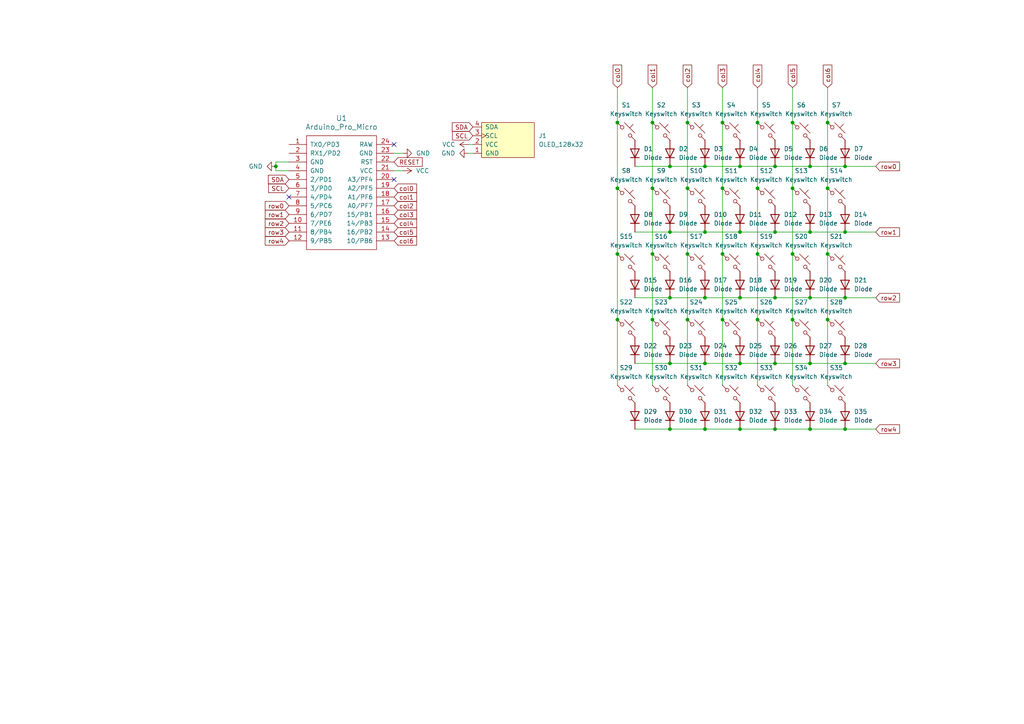
<source format=kicad_sch>
(kicad_sch (version 20230121) (generator eeschema)
  (paper "A4")
  (lib_symbols
    (symbol "ScottoKeebs:MCU_Arduino_Pro_Micro" (pin_names (offset 1.016))
      (property "Reference" "U" (at 0 0 0))
      (property "Value" "Arduino_Pro_Micro" (at 0 -19.05 0))
      (symbol "MCU_Arduino_Pro_Micro_0_1"
        (rectangle (start -10.16 16.51) (end 10.16 -16.51))
      )
      (symbol "MCU_Arduino_Pro_Micro_1_1"
        (pin input line (at -15.24 13.97 0) (length 5.08) (name "TX0/PD3") (number "1"))
        (pin input line (at -15.24 -8.89 0) (length 5.08) (name "7/PE6") (number "10"))
        (pin input line (at -15.24 -11.43 0) (length 5.08) (name "8/PB4") (number "11"))
        (pin input line (at -15.24 -13.97 0) (length 5.08) (name "9/PB5") (number "12"))
        (pin input line (at 15.24 -13.97 180) (length 5.08) (name "10/PB6") (number "13"))
        (pin input line (at 15.24 -11.43 180) (length 5.08) (name "16/PB2") (number "14"))
        (pin input line (at 15.24 -8.89 180) (length 5.08) (name "14/PB3") (number "15"))
        (pin input line (at 15.24 -6.35 180) (length 5.08) (name "15/PB1") (number "16"))
        (pin input line (at 15.24 -3.81 180) (length 5.08) (name "A0/PF7") (number "17"))
        (pin input line (at 15.24 -1.27 180) (length 5.08) (name "A1/PF6") (number "18"))
        (pin input line (at 15.24 1.27 180) (length 5.08) (name "A2/PF5") (number "19"))
        (pin input line (at -15.24 11.43 0) (length 5.08) (name "RX1/PD2") (number "2"))
        (pin input line (at 15.24 3.81 180) (length 5.08) (name "A3/PF4") (number "20"))
        (pin input line (at 15.24 6.35 180) (length 5.08) (name "VCC") (number "21"))
        (pin input line (at 15.24 8.89 180) (length 5.08) (name "RST") (number "22"))
        (pin input line (at 15.24 11.43 180) (length 5.08) (name "GND") (number "23"))
        (pin input line (at 15.24 13.97 180) (length 5.08) (name "RAW") (number "24"))
        (pin input line (at -15.24 8.89 0) (length 5.08) (name "GND") (number "3"))
        (pin input line (at -15.24 6.35 0) (length 5.08) (name "GND") (number "4"))
        (pin input line (at -15.24 3.81 0) (length 5.08) (name "2/PD1") (number "5"))
        (pin input line (at -15.24 1.27 0) (length 5.08) (name "3/PD0") (number "6"))
        (pin input line (at -15.24 -1.27 0) (length 5.08) (name "4/PD4") (number "7"))
        (pin input line (at -15.24 -3.81 0) (length 5.08) (name "5/PC6") (number "8"))
        (pin input line (at -15.24 -6.35 0) (length 5.08) (name "6/PD7") (number "9"))
      )
    )
    (symbol "ScottoKeebs:OLED_128x32" (pin_names (offset 1.016))
      (property "Reference" "J" (at 0 -6.35 0))
      (property "Value" "OLED_128x32" (at 0 6.35 0))
      (symbol "OLED_128x32_0_1"
        (rectangle (start 0 5.08) (end 15.24 -5.08) (fill (type background)))
      )
      (symbol "OLED_128x32_1_1"
        (pin power_in line (at -2.54 -3.81 0) (length 2.54) (name "GND") (number "1"))
        (pin power_in line (at -2.54 -1.27 0) (length 2.54) (name "VCC") (number "2"))
        (pin input clock (at -2.54 1.27 0) (length 2.54) (name "SCL") (number "3"))
        (pin bidirectional line (at -2.54 3.81 0) (length 2.54) (name "SDA") (number "4"))
      )
    )
    (symbol "ScottoKeebs:Placeholder_Diode" (pin_numbers hide) (pin_names hide)
      (property "Reference" "D" (at 0 2.54 0))
      (property "Value" "Diode" (at 0 -2.54 0))
      (symbol "Placeholder_Diode_0_1"
        (polyline (pts (xy -1.27 1.27) (xy -1.27 -1.27)) (stroke (width 0.254)))
        (polyline (pts (xy 1.27 0) (xy -1.27 0)))
        (polyline (pts (xy 1.27 1.27) (xy 1.27 -1.27) (xy -1.27 0) (xy 1.27 1.27)) (stroke (width 0.254)))
      )
      (symbol "Placeholder_Diode_1_1"
        (pin passive line (at -3.81 0 0) (length 2.54) (name "K") (number "1"))
        (pin passive line (at 3.81 0 180) (length 2.54) (name "A") (number "2"))
      )
    )
    (symbol "ScottoKeebs:Placeholder_Keyswitch" (pin_numbers hide) (pin_names (offset 1.016) hide)
      (property "Reference" "S" (at 3.048 1.016 0))
      (property "Value" "Keyswitch" (at 0 -3.81 0))
      (symbol "Placeholder_Keyswitch_0_1"
        (circle (center -1.1684 1.1684) (radius 0.508))
        (polyline (pts (xy -0.508 2.54) (xy 2.54 -0.508)))
        (polyline (pts (xy 1.016 1.016) (xy 2.032 2.032)))
        (polyline (pts (xy -2.54 2.54) (xy -1.524 1.524) (xy -1.524 1.524)))
        (polyline (pts (xy 1.524 -1.524) (xy 2.54 -2.54) (xy 2.54 -2.54) (xy 2.54 -2.54)))
        (circle (center 1.143 -1.1938) (radius 0.508))
        (pin passive line (at -2.54 2.54 0) (length 0) (name "1") (number "1"))
        (pin passive line (at 2.54 -2.54 180) (length 0) (name "2") (number "2"))
      )
    )
    (symbol "power:GND" (power) (pin_names (offset 0))
      (property "Value" "GND" (at 0 -3.81 0))
      (symbol "GND_0_1"
        (polyline (pts (xy 0 0) (xy 0 -1.27) (xy 1.27 -1.27) (xy 0 -2.54) (xy -1.27 -1.27) (xy 0 -1.27)))
      )
      (symbol "GND_1_1"
        (pin power_in line (at 0 0 270) (length 0) hide (name "GND") (number "1"))
      )
    )
    (symbol "power:VCC" (power) (pin_names (offset 0))
      (property "Value" "VCC" (at 0 3.81 0))
      (symbol "VCC_0_1"
        (polyline (pts (xy -0.762 1.27) (xy 0 2.54)))
        (polyline (pts (xy 0 0) (xy 0 2.54)))
        (polyline (pts (xy 0 2.54) (xy 0.762 1.27)))
      )
      (symbol "VCC_1_1"
        (pin power_in line (at 0 0 90) (length 0) hide (name "VCC") (number "1"))
      )
    )
  )
  (junction (at 245.11 48.26))
  (junction (at 204.47 124.46))
  (junction (at 219.71 73.66))
  (junction (at 189.23 35.56))
  (junction (at 194.31 86.36))
  (junction (at 209.55 35.56))
  (junction (at 214.63 67.31))
  (junction (at 199.39 92.71))
  (junction (at 179.07 92.71))
  (junction (at 204.47 48.26))
  (junction (at 219.71 35.56))
  (junction (at 224.79 105.41))
  (junction (at 194.31 105.41))
  (junction (at 209.55 92.71))
  (junction (at 219.71 54.61))
  (junction (at 234.95 67.31))
  (junction (at 245.11 124.46))
  (junction (at 234.95 124.46))
  (junction (at 219.71 92.71))
  (junction (at 199.39 54.61))
  (junction (at 194.31 67.31))
  (junction (at 234.95 86.36))
  (junction (at 199.39 73.66))
  (junction (at 234.95 105.41))
  (junction (at 214.63 48.26))
  (junction (at 245.11 105.41))
  (junction (at 224.79 124.46))
  (junction (at 209.55 54.61))
  (junction (at 245.11 67.31))
  (junction (at 229.87 35.56))
  (junction (at 240.03 92.71))
  (junction (at 80.01 48.26))
  (junction (at 240.03 73.66))
  (junction (at 229.87 54.61))
  (junction (at 189.23 73.66))
  (junction (at 209.55 73.66))
  (junction (at 224.79 86.36))
  (junction (at 224.79 67.31))
  (junction (at 214.63 86.36))
  (junction (at 194.31 124.46))
  (junction (at 179.07 73.66))
  (junction (at 240.03 35.56))
  (junction (at 204.47 105.41))
  (junction (at 189.23 92.71))
  (junction (at 240.03 54.61))
  (junction (at 245.11 86.36))
  (junction (at 229.87 92.71))
  (junction (at 214.63 105.41))
  (junction (at 204.47 86.36))
  (junction (at 229.87 73.66))
  (junction (at 234.95 48.26))
  (junction (at 179.07 54.61))
  (junction (at 224.79 48.26))
  (junction (at 194.31 48.26))
  (junction (at 199.39 35.56))
  (junction (at 214.63 124.46))
  (junction (at 189.23 54.61))
  (junction (at 204.47 67.31))
  (junction (at 179.07 35.56))
  (no_connect (at 83.82 57.15))
  (no_connect (at 114.3 41.91))
  (no_connect (at 114.3 52.07))
  (wire (pts (xy 179.07 92.71) (xy 179.07 111.76)))
  (wire (pts (xy 219.71 92.71) (xy 219.71 111.76)))
  (wire (pts (xy 209.55 25.4) (xy 209.55 35.56)))
  (wire (pts (xy 209.55 92.71) (xy 209.55 111.76)))
  (wire (pts (xy 240.03 92.71) (xy 240.03 111.76)))
  (wire (pts (xy 199.39 35.56) (xy 199.39 54.61)))
  (wire (pts (xy 116.84 49.53) (xy 114.3 49.53)))
  (wire (pts (xy 194.31 105.41) (xy 204.47 105.41)))
  (wire (pts (xy 229.87 25.4) (xy 229.87 35.56)))
  (wire (pts (xy 209.55 54.61) (xy 209.55 73.66)))
  (wire (pts (xy 224.79 48.26) (xy 234.95 48.26)))
  (wire (pts (xy 204.47 124.46) (xy 214.63 124.46)))
  (wire (pts (xy 254 105.41) (xy 245.11 105.41)))
  (wire (pts (xy 204.47 105.41) (xy 214.63 105.41)))
  (wire (pts (xy 245.11 67.31) (xy 254 67.31)))
  (wire (pts (xy 245.11 124.46) (xy 254 124.46)))
  (wire (pts (xy 214.63 86.36) (xy 224.79 86.36)))
  (wire (pts (xy 229.87 73.66) (xy 229.87 92.71)))
  (wire (pts (xy 179.07 25.4) (xy 179.07 35.56)))
  (wire (pts (xy 184.15 105.41) (xy 194.31 105.41)))
  (wire (pts (xy 240.03 54.61) (xy 240.03 73.66)))
  (wire (pts (xy 204.47 86.36) (xy 214.63 86.36)))
  (wire (pts (xy 234.95 67.31) (xy 245.11 67.31)))
  (wire (pts (xy 214.63 48.26) (xy 224.79 48.26)))
  (wire (pts (xy 184.15 67.31) (xy 194.31 67.31)))
  (wire (pts (xy 219.71 54.61) (xy 219.71 73.66)))
  (wire (pts (xy 219.71 35.56) (xy 219.71 54.61)))
  (wire (pts (xy 184.15 86.36) (xy 194.31 86.36)))
  (wire (pts (xy 240.03 73.66) (xy 240.03 92.71)))
  (wire (pts (xy 194.31 124.46) (xy 204.47 124.46)))
  (wire (pts (xy 224.79 124.46) (xy 234.95 124.46)))
  (wire (pts (xy 135.89 44.45) (xy 137.16 44.45)))
  (wire (pts (xy 135.89 41.91) (xy 137.16 41.91)))
  (wire (pts (xy 234.95 48.26) (xy 245.11 48.26)))
  (wire (pts (xy 229.87 54.61) (xy 229.87 73.66)))
  (wire (pts (xy 219.71 25.4) (xy 219.71 35.56)))
  (wire (pts (xy 184.15 48.26) (xy 194.31 48.26)))
  (wire (pts (xy 234.95 86.36) (xy 245.11 86.36)))
  (wire (pts (xy 229.87 35.56) (xy 229.87 54.61)))
  (wire (pts (xy 199.39 54.61) (xy 199.39 73.66)))
  (wire (pts (xy 234.95 105.41) (xy 245.11 105.41)))
  (wire (pts (xy 83.82 46.99) (xy 80.01 46.99)))
  (wire (pts (xy 204.47 67.31) (xy 214.63 67.31)))
  (wire (pts (xy 83.82 49.53) (xy 80.01 49.53)))
  (wire (pts (xy 199.39 25.4) (xy 199.39 35.56)))
  (wire (pts (xy 184.15 124.46) (xy 194.31 124.46)))
  (wire (pts (xy 189.23 35.56) (xy 189.23 54.61)))
  (wire (pts (xy 245.11 48.26) (xy 254 48.26)))
  (wire (pts (xy 189.23 92.71) (xy 189.23 111.76)))
  (wire (pts (xy 240.03 35.56) (xy 240.03 54.61)))
  (wire (pts (xy 194.31 48.26) (xy 204.47 48.26)))
  (wire (pts (xy 240.03 25.4) (xy 240.03 35.56)))
  (wire (pts (xy 116.84 44.45) (xy 114.3 44.45)))
  (wire (pts (xy 224.79 105.41) (xy 234.95 105.41)))
  (wire (pts (xy 199.39 92.71) (xy 199.39 111.76)))
  (wire (pts (xy 245.11 86.36) (xy 254 86.36)))
  (wire (pts (xy 224.79 67.31) (xy 234.95 67.31)))
  (wire (pts (xy 179.07 54.61) (xy 179.07 73.66)))
  (wire (pts (xy 229.87 92.71) (xy 229.87 111.76)))
  (wire (pts (xy 204.47 48.26) (xy 214.63 48.26)))
  (wire (pts (xy 234.95 124.46) (xy 245.11 124.46)))
  (wire (pts (xy 189.23 54.61) (xy 189.23 73.66)))
  (wire (pts (xy 219.71 73.66) (xy 219.71 92.71)))
  (wire (pts (xy 199.39 73.66) (xy 199.39 92.71)))
  (wire (pts (xy 209.55 73.66) (xy 209.55 92.71)))
  (wire (pts (xy 209.55 35.56) (xy 209.55 54.61)))
  (wire (pts (xy 214.63 67.31) (xy 224.79 67.31)))
  (wire (pts (xy 189.23 73.66) (xy 189.23 92.71)))
  (wire (pts (xy 214.63 124.46) (xy 224.79 124.46)))
  (wire (pts (xy 80.01 46.99) (xy 80.01 48.26)))
  (wire (pts (xy 224.79 86.36) (xy 234.95 86.36)))
  (wire (pts (xy 179.07 73.66) (xy 179.07 92.71)))
  (wire (pts (xy 194.31 67.31) (xy 204.47 67.31)))
  (wire (pts (xy 80.01 49.53) (xy 80.01 48.26)))
  (wire (pts (xy 179.07 35.56) (xy 179.07 54.61)))
  (wire (pts (xy 194.31 86.36) (xy 204.47 86.36)))
  (wire (pts (xy 214.63 105.41) (xy 224.79 105.41)))
  (wire (pts (xy 189.23 25.4) (xy 189.23 35.56)))
  (global_label "row0" (shape input) (at 254 48.26 0) (property "Intersheetrefs" "${INTERSHEET_REFS}" (effects hide)))
  (global_label "col3" (shape input) (at 209.55 25.4 90) (property "Intersheetrefs" "${INTERSHEET_REFS}" (effects hide)))
  (global_label "row1" (shape input) (at 254 67.31 0) (property "Intersheetrefs" "${INTERSHEET_REFS}" (effects hide)))
  (global_label "col4" (shape input) (at 219.71 25.4 90) (property "Intersheetrefs" "${INTERSHEET_REFS}" (effects hide)))
  (global_label "col6" (shape input) (at 114.3 69.85 0) (property "Intersheetrefs" "${INTERSHEET_REFS}" (effects hide)))
  (global_label "col2" (shape input) (at 199.39 25.4 90) (property "Intersheetrefs" "${INTERSHEET_REFS}" (effects hide)))
  (global_label "row1" (shape input) (at 83.82 62.23 180) (property "Intersheetrefs" "${INTERSHEET_REFS}" (effects hide)))
  (global_label "row2" (shape input) (at 83.82 64.77 180) (property "Intersheetrefs" "${INTERSHEET_REFS}" (effects hide)))
  (global_label "SDA" (shape input) (at 137.16 36.83 180) (property "Intersheetrefs" "${INTERSHEET_REFS}" (effects hide)))
  (global_label "col5" (shape input) (at 229.87 25.4 90) (property "Intersheetrefs" "${INTERSHEET_REFS}" (effects hide)))
  (global_label "col3" (shape input) (at 114.3 62.23 0) (property "Intersheetrefs" "${INTERSHEET_REFS}" (effects hide)))
  (global_label "SCL" (shape input) (at 83.82 54.61 180) (property "Intersheetrefs" "${INTERSHEET_REFS}" (effects hide)))
  (global_label "col6" (shape input) (at 240.03 25.4 90) (property "Intersheetrefs" "${INTERSHEET_REFS}" (effects hide)))
  (global_label "col1" (shape input) (at 114.3 57.15 0) (property "Intersheetrefs" "${INTERSHEET_REFS}" (effects hide)))
  (global_label "SDA" (shape input) (at 83.82 52.07 180) (property "Intersheetrefs" "${INTERSHEET_REFS}" (effects hide)))
  (global_label "SCL" (shape input) (at 137.16 39.37 180) (property "Intersheetrefs" "${INTERSHEET_REFS}" (effects hide)))
  (global_label "col4" (shape input) (at 114.3 64.77 0) (property "Intersheetrefs" "${INTERSHEET_REFS}" (effects hide)))
  (global_label "row0" (shape input) (at 83.82 59.69 180) (property "Intersheetrefs" "${INTERSHEET_REFS}" (effects hide)))
  (global_label "row4" (shape input) (at 254 124.46 0) (property "Intersheetrefs" "${INTERSHEET_REFS}" (effects hide)))
  (global_label "row2" (shape input) (at 254 86.36 0) (property "Intersheetrefs" "${INTERSHEET_REFS}" (effects hide)))
  (global_label "row4" (shape input) (at 83.82 69.85 180) (property "Intersheetrefs" "${INTERSHEET_REFS}" (effects hide)))
  (global_label "col5" (shape input) (at 114.3 67.31 0) (property "Intersheetrefs" "${INTERSHEET_REFS}" (effects hide)))
  (global_label "col0" (shape input) (at 114.3 54.61 0) (property "Intersheetrefs" "${INTERSHEET_REFS}" (effects hide)))
  (global_label "row3" (shape input) (at 254 105.41 0) (property "Intersheetrefs" "${INTERSHEET_REFS}" (effects hide)))
  (global_label "col0" (shape input) (at 179.07 25.4 90) (property "Intersheetrefs" "${INTERSHEET_REFS}" (effects hide)))
  (global_label "col2" (shape input) (at 114.3 59.69 0) (property "Intersheetrefs" "${INTERSHEET_REFS}" (effects hide)))
  (global_label "col1" (shape input) (at 189.23 25.4 90) (property "Intersheetrefs" "${INTERSHEET_REFS}" (effects hide)))
  (global_label "RESET" (shape input) (at 114.3 46.99 0) (property "Intersheetrefs" "${INTERSHEET_REFS}" (effects hide)))
  (global_label "row3" (shape input) (at 83.82 67.31 180) (property "Intersheetrefs" "${INTERSHEET_REFS}" (effects hide)))
  (symbol (lib_id "ScottoKeebs:Placeholder_Diode") (at 194.31 120.65 90) (unit 1)
    (property "Reference" "D30" (at 196.85 119.38 90) (effects (justify right)))
    (property "Value" "Diode" (at 196.85 121.92 90) (effects (justify right)))
    (property "Footprint" "ScottoKeebs_Components:Diode_DO-35" (effects hide))
    (property "Sim.Device" "D" (effects hide))
    (property "Sim.Pins" "1=K 2=A" (effects hide))
  )
  (symbol (lib_id "ScottoKeebs:Placeholder_Keyswitch") (at 222.25 76.2 0) (unit 1)
    (property "Reference" "S19" (at 222.25 68.58 0))
    (property "Value" "Keyswitch" (at 222.25 71.12 0))
    (property "Footprint" "ScottoKeebs_MX:MX_PCB_1.00u" (effects hide))
  )
  (symbol (lib_id "ScottoKeebs:Placeholder_Diode") (at 184.15 101.6 90) (unit 1)
    (property "Reference" "D22" (at 186.69 100.33 90) (effects (justify right)))
    (property "Value" "Diode" (at 186.69 102.87 90) (effects (justify right)))
    (property "Footprint" "ScottoKeebs_Components:Diode_DO-35" (effects hide))
    (property "Sim.Device" "D" (effects hide))
    (property "Sim.Pins" "1=K 2=A" (effects hide))
  )
  (symbol (lib_id "ScottoKeebs:Placeholder_Diode") (at 194.31 44.45 90) (unit 1)
    (property "Reference" "D2" (at 196.85 43.18 90) (effects (justify right)))
    (property "Value" "Diode" (at 196.85 45.72 90) (effects (justify right)))
    (property "Footprint" "ScottoKeebs_Components:Diode_DO-35" (effects hide))
    (property "Sim.Device" "D" (effects hide))
    (property "Sim.Pins" "1=K 2=A" (effects hide))
  )
  (symbol (lib_id "ScottoKeebs:Placeholder_Keyswitch") (at 242.57 76.2 0) (unit 1)
    (property "Reference" "S21" (at 242.57 68.58 0))
    (property "Value" "Keyswitch" (at 242.57 71.12 0))
    (property "Footprint" "ScottoKeebs_MX:MX_PCB_1.00u" (effects hide))
  )
  (symbol (lib_id "ScottoKeebs:Placeholder_Diode") (at 214.63 44.45 90) (unit 1)
    (property "Reference" "D4" (at 217.17 43.18 90) (effects (justify right)))
    (property "Value" "Diode" (at 217.17 45.72 90) (effects (justify right)))
    (property "Footprint" "ScottoKeebs_Components:Diode_DO-35" (effects hide))
    (property "Sim.Device" "D" (effects hide))
    (property "Sim.Pins" "1=K 2=A" (effects hide))
  )
  (symbol (lib_id "ScottoKeebs:Placeholder_Diode") (at 204.47 44.45 90) (unit 1)
    (property "Reference" "D3" (at 207.01 43.18 90) (effects (justify right)))
    (property "Value" "Diode" (at 207.01 45.72 90) (effects (justify right)))
    (property "Footprint" "ScottoKeebs_Components:Diode_DO-35" (effects hide))
    (property "Sim.Device" "D" (effects hide))
    (property "Sim.Pins" "1=K 2=A" (effects hide))
  )
  (symbol (lib_id "ScottoKeebs:Placeholder_Diode") (at 224.79 63.5 90) (unit 1)
    (property "Reference" "D12" (at 227.33 62.23 90) (effects (justify right)))
    (property "Value" "Diode" (at 227.33 64.77 90) (effects (justify right)))
    (property "Footprint" "ScottoKeebs_Components:Diode_DO-35" (effects hide))
    (property "Sim.Device" "D" (effects hide))
    (property "Sim.Pins" "1=K 2=A" (effects hide))
  )
  (symbol (lib_id "ScottoKeebs:Placeholder_Keyswitch") (at 232.41 114.3 0) (unit 1)
    (property "Reference" "S34" (at 232.41 106.68 0))
    (property "Value" "Keyswitch" (at 232.41 109.22 0))
    (property "Footprint" "ScottoKeebs_MX:MX_PCB_1.00u" (effects hide))
  )
  (symbol (lib_id "ScottoKeebs:Placeholder_Diode") (at 245.11 120.65 90) (unit 1)
    (property "Reference" "D35" (at 247.65 119.38 90) (effects (justify right)))
    (property "Value" "Diode" (at 247.65 121.92 90) (effects (justify right)))
    (property "Footprint" "ScottoKeebs_Components:Diode_DO-35" (effects hide))
    (property "Sim.Device" "D" (effects hide))
    (property "Sim.Pins" "1=K 2=A" (effects hide))
  )
  (symbol (lib_id "ScottoKeebs:Placeholder_Keyswitch") (at 191.77 38.1 0) (unit 1)
    (property "Reference" "S2" (at 191.77 30.48 0))
    (property "Value" "Keyswitch" (at 191.77 33.02 0))
    (property "Footprint" "ScottoKeebs_MX:MX_PCB_1.00u" (effects hide))
  )
  (symbol (lib_id "ScottoKeebs:Placeholder_Keyswitch") (at 181.61 114.3 0) (unit 1)
    (property "Reference" "S29" (at 181.61 106.68 0))
    (property "Value" "Keyswitch" (at 181.61 109.22 0))
    (property "Footprint" "ScottoKeebs_MX:MX_PCB_1.00u" (effects hide))
  )
  (symbol (lib_id "ScottoKeebs:Placeholder_Diode") (at 214.63 63.5 90) (unit 1)
    (property "Reference" "D11" (at 217.17 62.23 90) (effects (justify right)))
    (property "Value" "Diode" (at 217.17 64.77 90) (effects (justify right)))
    (property "Footprint" "ScottoKeebs_Components:Diode_DO-35" (effects hide))
    (property "Sim.Device" "D" (effects hide))
    (property "Sim.Pins" "1=K 2=A" (effects hide))
  )
  (symbol (lib_id "ScottoKeebs:Placeholder_Keyswitch") (at 212.09 38.1 0) (unit 1)
    (property "Reference" "S4" (at 212.09 30.48 0))
    (property "Value" "Keyswitch" (at 212.09 33.02 0))
    (property "Footprint" "ScottoKeebs_MX:MX_PCB_1.00u" (effects hide))
  )
  (symbol (lib_id "ScottoKeebs:Placeholder_Keyswitch") (at 191.77 57.15 0) (unit 1)
    (property "Reference" "S9" (at 191.77 49.53 0))
    (property "Value" "Keyswitch" (at 191.77 52.07 0))
    (property "Footprint" "ScottoKeebs_MX:MX_PCB_1.00u" (effects hide))
  )
  (symbol (lib_id "ScottoKeebs:Placeholder_Diode") (at 245.11 44.45 90) (unit 1)
    (property "Reference" "D7" (at 247.65 43.18 90) (effects (justify right)))
    (property "Value" "Diode" (at 247.65 45.72 90) (effects (justify right)))
    (property "Footprint" "ScottoKeebs_Components:Diode_DO-35" (effects hide))
    (property "Sim.Device" "D" (effects hide))
    (property "Sim.Pins" "1=K 2=A" (effects hide))
  )
  (symbol (lib_id "ScottoKeebs:Placeholder_Diode") (at 184.15 120.65 90) (unit 1)
    (property "Reference" "D29" (at 186.69 119.38 90) (effects (justify right)))
    (property "Value" "Diode" (at 186.69 121.92 90) (effects (justify right)))
    (property "Footprint" "ScottoKeebs_Components:Diode_DO-35" (effects hide))
    (property "Sim.Device" "D" (effects hide))
    (property "Sim.Pins" "1=K 2=A" (effects hide))
  )
  (symbol (lib_id "ScottoKeebs:Placeholder_Diode") (at 245.11 82.55 90) (unit 1)
    (property "Reference" "D21" (at 247.65 81.28 90) (effects (justify right)))
    (property "Value" "Diode" (at 247.65 83.82 90) (effects (justify right)))
    (property "Footprint" "ScottoKeebs_Components:Diode_DO-35" (effects hide))
    (property "Sim.Device" "D" (effects hide))
    (property "Sim.Pins" "1=K 2=A" (effects hide))
  )
  (symbol (lib_id "ScottoKeebs:Placeholder_Keyswitch") (at 181.61 76.2 0) (unit 1)
    (property "Reference" "S15" (at 181.61 68.58 0))
    (property "Value" "Keyswitch" (at 181.61 71.12 0))
    (property "Footprint" "ScottoKeebs_MX:MX_PCB_1.00u" (effects hide))
  )
  (symbol (lib_id "ScottoKeebs:Placeholder_Keyswitch") (at 212.09 114.3 0) (unit 1)
    (property "Reference" "S32" (at 212.09 106.68 0))
    (property "Value" "Keyswitch" (at 212.09 109.22 0))
    (property "Footprint" "ScottoKeebs_MX:MX_PCB_1.00u" (effects hide))
  )
  (symbol (lib_id "ScottoKeebs:OLED_128x32") (at 139.7 40.64 0) (unit 1)
    (property "Reference" "J1" (at 156.21 39.37 0) (effects (justify left)))
    (property "Value" "OLED_128x32" (at 156.21 41.91 0) (effects (justify left)))
    (property "Footprint" "ScottoKeebs_Components:OLED_128x32" (effects hide))
  )
  (symbol (lib_id "ScottoKeebs:Placeholder_Keyswitch") (at 212.09 57.15 0) (unit 1)
    (property "Reference" "S11" (at 212.09 49.53 0))
    (property "Value" "Keyswitch" (at 212.09 52.07 0))
    (property "Footprint" "ScottoKeebs_MX:MX_PCB_1.00u" (effects hide))
  )
  (symbol (lib_id "ScottoKeebs:Placeholder_Diode") (at 214.63 82.55 90) (unit 1)
    (property "Reference" "D18" (at 217.17 81.28 90) (effects (justify right)))
    (property "Value" "Diode" (at 217.17 83.82 90) (effects (justify right)))
    (property "Footprint" "ScottoKeebs_Components:Diode_DO-35" (effects hide))
    (property "Sim.Device" "D" (effects hide))
    (property "Sim.Pins" "1=K 2=A" (effects hide))
  )
  (symbol (lib_id "ScottoKeebs:Placeholder_Diode") (at 194.31 101.6 90) (unit 1)
    (property "Reference" "D23" (at 196.85 100.33 90) (effects (justify right)))
    (property "Value" "Diode" (at 196.85 102.87 90) (effects (justify right)))
    (property "Footprint" "ScottoKeebs_Components:Diode_DO-35" (effects hide))
    (property "Sim.Device" "D" (effects hide))
    (property "Sim.Pins" "1=K 2=A" (effects hide))
  )
  (symbol (lib_id "ScottoKeebs:Placeholder_Diode") (at 234.95 82.55 90) (unit 1)
    (property "Reference" "D20" (at 237.49 81.28 90) (effects (justify right)))
    (property "Value" "Diode" (at 237.49 83.82 90) (effects (justify right)))
    (property "Footprint" "ScottoKeebs_Components:Diode_DO-35" (effects hide))
    (property "Sim.Device" "D" (effects hide))
    (property "Sim.Pins" "1=K 2=A" (effects hide))
  )
  (symbol (lib_id "ScottoKeebs:Placeholder_Keyswitch") (at 232.41 38.1 0) (unit 1)
    (property "Reference" "S6" (at 232.41 30.48 0))
    (property "Value" "Keyswitch" (at 232.41 33.02 0))
    (property "Footprint" "ScottoKeebs_MX:MX_PCB_1.00u" (effects hide))
  )
  (symbol (lib_id "ScottoKeebs:Placeholder_Keyswitch") (at 191.77 114.3 0) (unit 1)
    (property "Reference" "S30" (at 191.77 106.68 0))
    (property "Value" "Keyswitch" (at 191.77 109.22 0))
    (property "Footprint" "ScottoKeebs_MX:MX_PCB_1.00u" (effects hide))
  )
  (symbol (lib_id "ScottoKeebs:Placeholder_Diode") (at 224.79 120.65 90) (unit 1)
    (property "Reference" "D33" (at 227.33 119.38 90) (effects (justify right)))
    (property "Value" "Diode" (at 227.33 121.92 90) (effects (justify right)))
    (property "Footprint" "ScottoKeebs_Components:Diode_DO-35" (effects hide))
    (property "Sim.Device" "D" (effects hide))
    (property "Sim.Pins" "1=K 2=A" (effects hide))
  )
  (symbol (lib_id "ScottoKeebs:Placeholder_Diode") (at 245.11 101.6 90) (unit 1)
    (property "Reference" "D28" (at 247.65 100.33 90) (effects (justify right)))
    (property "Value" "Diode" (at 247.65 102.87 90) (effects (justify right)))
    (property "Footprint" "ScottoKeebs_Components:Diode_DO-35" (effects hide))
    (property "Sim.Device" "D" (effects hide))
    (property "Sim.Pins" "1=K 2=A" (effects hide))
  )
  (symbol (lib_id "ScottoKeebs:Placeholder_Keyswitch") (at 242.57 38.1 0) (unit 1)
    (property "Reference" "S7" (at 242.57 30.48 0))
    (property "Value" "Keyswitch" (at 242.57 33.02 0))
    (property "Footprint" "ScottoKeebs_MX:MX_PCB_1.00u" (effects hide))
  )
  (symbol (lib_id "ScottoKeebs:Placeholder_Diode") (at 234.95 44.45 90) (unit 1)
    (property "Reference" "D6" (at 237.49 43.18 90) (effects (justify right)))
    (property "Value" "Diode" (at 237.49 45.72 90) (effects (justify right)))
    (property "Footprint" "ScottoKeebs_Components:Diode_DO-35" (effects hide))
    (property "Sim.Device" "D" (effects hide))
    (property "Sim.Pins" "1=K 2=A" (effects hide))
  )
  (symbol (lib_id "ScottoKeebs:Placeholder_Diode") (at 214.63 120.65 90) (unit 1)
    (property "Reference" "D32" (at 217.17 119.38 90) (effects (justify right)))
    (property "Value" "Diode" (at 217.17 121.92 90) (effects (justify right)))
    (property "Footprint" "ScottoKeebs_Components:Diode_DO-35" (effects hide))
    (property "Sim.Device" "D" (effects hide))
    (property "Sim.Pins" "1=K 2=A" (effects hide))
  )
  (symbol (lib_id "ScottoKeebs:Placeholder_Diode") (at 194.31 82.55 90) (unit 1)
    (property "Reference" "D16" (at 196.85 81.28 90) (effects (justify right)))
    (property "Value" "Diode" (at 196.85 83.82 90) (effects (justify right)))
    (property "Footprint" "ScottoKeebs_Components:Diode_DO-35" (effects hide))
    (property "Sim.Device" "D" (effects hide))
    (property "Sim.Pins" "1=K 2=A" (effects hide))
  )
  (symbol (lib_id "ScottoKeebs:Placeholder_Diode") (at 184.15 82.55 90) (unit 1)
    (property "Reference" "D15" (at 186.69 81.28 90) (effects (justify right)))
    (property "Value" "Diode" (at 186.69 83.82 90) (effects (justify right)))
    (property "Footprint" "ScottoKeebs_Components:Diode_DO-35" (effects hide))
    (property "Sim.Device" "D" (effects hide))
    (property "Sim.Pins" "1=K 2=A" (effects hide))
  )
  (symbol (lib_id "ScottoKeebs:Placeholder_Keyswitch") (at 232.41 76.2 0) (unit 1)
    (property "Reference" "S20" (at 232.41 68.58 0))
    (property "Value" "Keyswitch" (at 232.41 71.12 0))
    (property "Footprint" "ScottoKeebs_MX:MX_PCB_1.00u" (effects hide))
  )
  (symbol (lib_id "power:GND") (at 116.84 44.45 90) (unit 1)
    (property "Reference" "#PWR01" (effects hide))
    (property "Value" "GND" (at 120.65 44.45 90) (effects (justify right)))
  )
  (symbol (lib_id "ScottoKeebs:Placeholder_Diode") (at 224.79 101.6 90) (unit 1)
    (property "Reference" "D26" (at 227.33 100.33 90) (effects (justify right)))
    (property "Value" "Diode" (at 227.33 102.87 90) (effects (justify right)))
    (property "Footprint" "ScottoKeebs_Components:Diode_DO-35" (effects hide))
    (property "Sim.Device" "D" (effects hide))
    (property "Sim.Pins" "1=K 2=A" (effects hide))
  )
  (symbol (lib_id "power:GND") (at 135.89 44.45 270) (unit 1)
    (property "Reference" "#PWR05" (effects hide))
    (property "Value" "GND" (at 132.08 44.45 90) (effects (justify right)))
  )
  (symbol (lib_id "ScottoKeebs:Placeholder_Keyswitch") (at 181.61 95.25 0) (unit 1)
    (property "Reference" "S22" (at 181.61 87.63 0))
    (property "Value" "Keyswitch" (at 181.61 90.17 0))
    (property "Footprint" "ScottoKeebs_MX:MX_PCB_1.00u" (effects hide))
  )
  (symbol (lib_id "ScottoKeebs:Placeholder_Diode") (at 184.15 44.45 90) (unit 1)
    (property "Reference" "D1" (at 186.69 43.18 90) (effects (justify right)))
    (property "Value" "Diode" (at 186.69 45.72 90) (effects (justify right)))
    (property "Footprint" "ScottoKeebs_Components:Diode_DO-35" (effects hide))
    (property "Sim.Device" "D" (effects hide))
    (property "Sim.Pins" "1=K 2=A" (effects hide))
  )
  (symbol (lib_id "ScottoKeebs:Placeholder_Keyswitch") (at 191.77 95.25 0) (unit 1)
    (property "Reference" "S23" (at 191.77 87.63 0))
    (property "Value" "Keyswitch" (at 191.77 90.17 0))
    (property "Footprint" "ScottoKeebs_MX:MX_PCB_1.00u" (effects hide))
  )
  (symbol (lib_id "power:VCC") (at 116.84 49.53 270) (unit 1)
    (property "Reference" "#PWR03" (effects hide))
    (property "Value" "VCC" (at 120.65 49.53 90) (effects (justify left)))
  )
  (symbol (lib_id "ScottoKeebs:Placeholder_Diode") (at 184.15 63.5 90) (unit 1)
    (property "Reference" "D8" (at 186.69 62.23 90) (effects (justify right)))
    (property "Value" "Diode" (at 186.69 64.77 90) (effects (justify right)))
    (property "Footprint" "ScottoKeebs_Components:Diode_DO-35" (effects hide))
    (property "Sim.Device" "D" (effects hide))
    (property "Sim.Pins" "1=K 2=A" (effects hide))
  )
  (symbol (lib_id "ScottoKeebs:Placeholder_Diode") (at 204.47 101.6 90) (unit 1)
    (property "Reference" "D24" (at 207.01 100.33 90) (effects (justify right)))
    (property "Value" "Diode" (at 207.01 102.87 90) (effects (justify right)))
    (property "Footprint" "ScottoKeebs_Components:Diode_DO-35" (effects hide))
    (property "Sim.Device" "D" (effects hide))
    (property "Sim.Pins" "1=K 2=A" (effects hide))
  )
  (symbol (lib_id "ScottoKeebs:Placeholder_Keyswitch") (at 242.57 95.25 0) (unit 1)
    (property "Reference" "S28" (at 242.57 87.63 0))
    (property "Value" "Keyswitch" (at 242.57 90.17 0))
    (property "Footprint" "ScottoKeebs_MX:MX_PCB_1.00u" (effects hide))
  )
  (symbol (lib_id "ScottoKeebs:Placeholder_Keyswitch") (at 232.41 57.15 0) (unit 1)
    (property "Reference" "S13" (at 232.41 49.53 0))
    (property "Value" "Keyswitch" (at 232.41 52.07 0))
    (property "Footprint" "ScottoKeebs_MX:MX_PCB_1.00u" (effects hide))
  )
  (symbol (lib_id "ScottoKeebs:Placeholder_Keyswitch") (at 181.61 38.1 0) (unit 1)
    (property "Reference" "S1" (at 181.61 30.48 0))
    (property "Value" "Keyswitch" (at 181.61 33.02 0))
    (property "Footprint" "ScottoKeebs_MX:MX_PCB_1.00u" (effects hide))
  )
  (symbol (lib_id "power:VCC") (at 135.89 41.91 90) (unit 1)
    (property "Reference" "#PWR04" (effects hide))
    (property "Value" "VCC" (at 132.08 41.91 90) (effects (justify left)))
  )
  (symbol (lib_id "ScottoKeebs:Placeholder_Diode") (at 234.95 101.6 90) (unit 1)
    (property "Reference" "D27" (at 237.49 100.33 90) (effects (justify right)))
    (property "Value" "Diode" (at 237.49 102.87 90) (effects (justify right)))
    (property "Footprint" "ScottoKeebs_Components:Diode_DO-35" (effects hide))
    (property "Sim.Device" "D" (effects hide))
    (property "Sim.Pins" "1=K 2=A" (effects hide))
  )
  (symbol (lib_id "ScottoKeebs:Placeholder_Diode") (at 194.31 63.5 90) (unit 1)
    (property "Reference" "D9" (at 196.85 62.23 90) (effects (justify right)))
    (property "Value" "Diode" (at 196.85 64.77 90) (effects (justify right)))
    (property "Footprint" "ScottoKeebs_Components:Diode_DO-35" (effects hide))
    (property "Sim.Device" "D" (effects hide))
    (property "Sim.Pins" "1=K 2=A" (effects hide))
  )
  (symbol (lib_id "ScottoKeebs:Placeholder_Diode") (at 214.63 101.6 90) (unit 1)
    (property "Reference" "D25" (at 217.17 100.33 90) (effects (justify right)))
    (property "Value" "Diode" (at 217.17 102.87 90) (effects (justify right)))
    (property "Footprint" "ScottoKeebs_Components:Diode_DO-35" (effects hide))
    (property "Sim.Device" "D" (effects hide))
    (property "Sim.Pins" "1=K 2=A" (effects hide))
  )
  (symbol (lib_id "ScottoKeebs:Placeholder_Diode") (at 204.47 120.65 90) (unit 1)
    (property "Reference" "D31" (at 207.01 119.38 90) (effects (justify right)))
    (property "Value" "Diode" (at 207.01 121.92 90) (effects (justify right)))
    (property "Footprint" "ScottoKeebs_Components:Diode_DO-35" (effects hide))
    (property "Sim.Device" "D" (effects hide))
    (property "Sim.Pins" "1=K 2=A" (effects hide))
  )
  (symbol (lib_id "ScottoKeebs:Placeholder_Keyswitch") (at 222.25 114.3 0) (unit 1)
    (property "Reference" "S33" (at 222.25 106.68 0))
    (property "Value" "Keyswitch" (at 222.25 109.22 0))
    (property "Footprint" "ScottoKeebs_MX:MX_PCB_1.00u" (effects hide))
  )
  (symbol (lib_id "ScottoKeebs:MCU_Arduino_Pro_Micro") (at 99.06 55.88 0) (unit 1)
    (property "Reference" "U1" (at 99.06 34.29 0) (effects (font (size 1.524 1.524))))
    (property "Value" "Arduino_Pro_Micro" (at 99.06 36.83 0) (effects (font (size 1.524 1.524))))
    (property "Footprint" "ScottoKeebs_MCU:Arduino_Pro_Micro" (effects hide))
  )
  (symbol (lib_id "ScottoKeebs:Placeholder_Keyswitch") (at 232.41 95.25 0) (unit 1)
    (property "Reference" "S27" (at 232.41 87.63 0))
    (property "Value" "Keyswitch" (at 232.41 90.17 0))
    (property "Footprint" "ScottoKeebs_MX:MX_PCB_1.00u" (effects hide))
  )
  (symbol (lib_id "power:GND") (at 80.01 48.26 270) (unit 1)
    (property "Reference" "#PWR02" (effects hide))
    (property "Value" "GND" (at 76.2 48.26 90) (effects (justify right)))
  )
  (symbol (lib_id "ScottoKeebs:Placeholder_Diode") (at 204.47 63.5 90) (unit 1)
    (property "Reference" "D10" (at 207.01 62.23 90) (effects (justify right)))
    (property "Value" "Diode" (at 207.01 64.77 90) (effects (justify right)))
    (property "Footprint" "ScottoKeebs_Components:Diode_DO-35" (effects hide))
    (property "Sim.Device" "D" (effects hide))
    (property "Sim.Pins" "1=K 2=A" (effects hide))
  )
  (symbol (lib_id "ScottoKeebs:Placeholder_Keyswitch") (at 201.93 38.1 0) (unit 1)
    (property "Reference" "S3" (at 201.93 30.48 0))
    (property "Value" "Keyswitch" (at 201.93 33.02 0))
    (property "Footprint" "ScottoKeebs_MX:MX_PCB_1.00u" (effects hide))
  )
  (symbol (lib_id "ScottoKeebs:Placeholder_Diode") (at 245.11 63.5 90) (unit 1)
    (property "Reference" "D14" (at 247.65 62.23 90) (effects (justify right)))
    (property "Value" "Diode" (at 247.65 64.77 90) (effects (justify right)))
    (property "Footprint" "ScottoKeebs_Components:Diode_DO-35" (effects hide))
    (property "Sim.Device" "D" (effects hide))
    (property "Sim.Pins" "1=K 2=A" (effects hide))
  )
  (symbol (lib_id "ScottoKeebs:Placeholder_Diode") (at 234.95 120.65 90) (unit 1)
    (property "Reference" "D34" (at 237.49 119.38 90) (effects (justify right)))
    (property "Value" "Diode" (at 237.49 121.92 90) (effects (justify right)))
    (property "Footprint" "ScottoKeebs_Components:Diode_DO-35" (effects hide))
    (property "Sim.Device" "D" (effects hide))
    (property "Sim.Pins" "1=K 2=A" (effects hide))
  )
  (symbol (lib_id "ScottoKeebs:Placeholder_Keyswitch") (at 201.93 76.2 0) (unit 1)
    (property "Reference" "S17" (at 201.93 68.58 0))
    (property "Value" "Keyswitch" (at 201.93 71.12 0))
    (property "Footprint" "ScottoKeebs_MX:MX_PCB_1.00u" (effects hide))
  )
  (symbol (lib_id "ScottoKeebs:Placeholder_Keyswitch") (at 222.25 57.15 0) (unit 1)
    (property "Reference" "S12" (at 222.25 49.53 0))
    (property "Value" "Keyswitch" (at 222.25 52.07 0))
    (property "Footprint" "ScottoKeebs_MX:MX_PCB_1.00u" (effects hide))
  )
  (symbol (lib_id "ScottoKeebs:Placeholder_Keyswitch") (at 201.93 57.15 0) (unit 1)
    (property "Reference" "S10" (at 201.93 49.53 0))
    (property "Value" "Keyswitch" (at 201.93 52.07 0))
    (property "Footprint" "ScottoKeebs_MX:MX_PCB_1.00u" (effects hide))
  )
  (symbol (lib_id "ScottoKeebs:Placeholder_Keyswitch") (at 191.77 76.2 0) (unit 1)
    (property "Reference" "S16" (at 191.77 68.58 0))
    (property "Value" "Keyswitch" (at 191.77 71.12 0))
    (property "Footprint" "ScottoKeebs_MX:MX_PCB_1.00u" (effects hide))
  )
  (symbol (lib_id "ScottoKeebs:Placeholder_Keyswitch") (at 201.93 95.25 0) (unit 1)
    (property "Reference" "S24" (at 201.93 87.63 0))
    (property "Value" "Keyswitch" (at 201.93 90.17 0))
    (property "Footprint" "ScottoKeebs_MX:MX_PCB_1.00u" (effects hide))
  )
  (symbol (lib_id "ScottoKeebs:Placeholder_Keyswitch") (at 242.57 57.15 0) (unit 1)
    (property "Reference" "S14" (at 242.57 49.53 0))
    (property "Value" "Keyswitch" (at 242.57 52.07 0))
    (property "Footprint" "ScottoKeebs_MX:MX_PCB_1.00u" (effects hide))
  )
  (symbol (lib_id "ScottoKeebs:Placeholder_Keyswitch") (at 222.25 95.25 0) (unit 1)
    (property "Reference" "S26" (at 222.25 87.63 0))
    (property "Value" "Keyswitch" (at 222.25 90.17 0))
    (property "Footprint" "ScottoKeebs_MX:MX_PCB_1.00u" (effects hide))
  )
  (symbol (lib_id "ScottoKeebs:Placeholder_Diode") (at 234.95 63.5 90) (unit 1)
    (property "Reference" "D13" (at 237.49 62.23 90) (effects (justify right)))
    (property "Value" "Diode" (at 237.49 64.77 90) (effects (justify right)))
    (property "Footprint" "ScottoKeebs_Components:Diode_DO-35" (effects hide))
    (property "Sim.Device" "D" (effects hide))
    (property "Sim.Pins" "1=K 2=A" (effects hide))
  )
  (symbol (lib_id "ScottoKeebs:Placeholder_Keyswitch") (at 212.09 76.2 0) (unit 1)
    (property "Reference" "S18" (at 212.09 68.58 0))
    (property "Value" "Keyswitch" (at 212.09 71.12 0))
    (property "Footprint" "ScottoKeebs_MX:MX_PCB_1.00u" (effects hide))
  )
  (symbol (lib_id "ScottoKeebs:Placeholder_Diode") (at 224.79 44.45 90) (unit 1)
    (property "Reference" "D5" (at 227.33 43.18 90) (effects (justify right)))
    (property "Value" "Diode" (at 227.33 45.72 90) (effects (justify right)))
    (property "Footprint" "ScottoKeebs_Components:Diode_DO-35" (effects hide))
    (property "Sim.Device" "D" (effects hide))
    (property "Sim.Pins" "1=K 2=A" (effects hide))
  )
  (symbol (lib_id "ScottoKeebs:Placeholder_Keyswitch") (at 242.57 114.3 0) (unit 1)
    (property "Reference" "S35" (at 242.57 106.68 0))
    (property "Value" "Keyswitch" (at 242.57 109.22 0))
    (property "Footprint" "ScottoKeebs_MX:MX_PCB_1.00u" (effects hide))
  )
  (symbol (lib_id "ScottoKeebs:Placeholder_Diode") (at 204.47 82.55 90) (unit 1)
    (property "Reference" "D17" (at 207.01 81.28 90) (effects (justify right)))
    (property "Value" "Diode" (at 207.01 83.82 90) (effects (justify right)))
    (property "Footprint" "ScottoKeebs_Components:Diode_DO-35" (effects hide))
    (property "Sim.Device" "D" (effects hide))
    (property "Sim.Pins" "1=K 2=A" (effects hide))
  )
  (symbol (lib_id "ScottoKeebs:Placeholder_Keyswitch") (at 222.25 38.1 0) (unit 1)
    (property "Reference" "S5" (at 222.25 30.48 0))
    (property "Value" "Keyswitch" (at 222.25 33.02 0))
    (property "Footprint" "ScottoKeebs_MX:MX_PCB_1.00u" (effects hide))
  )
  (symbol (lib_id "ScottoKeebs:Placeholder_Keyswitch") (at 201.93 114.3 0) (unit 1)
    (property "Reference" "S31" (at 201.93 106.68 0))
    (property "Value" "Keyswitch" (at 201.93 109.22 0))
    (property "Footprint" "ScottoKeebs_MX:MX_PCB_1.00u" (effects hide))
  )
  (symbol (lib_id "ScottoKeebs:Placeholder_Keyswitch") (at 181.61 57.15 0) (unit 1)
    (property "Reference" "S8" (at 181.61 49.53 0))
    (property "Value" "Keyswitch" (at 181.61 52.07 0))
    (property "Footprint" "ScottoKeebs_MX:MX_PCB_1.00u" (effects hide))
  )
  (symbol (lib_id "ScottoKeebs:Placeholder_Keyswitch") (at 212.09 95.25 0) (unit 1)
    (property "Reference" "S25" (at 212.09 87.63 0))
    (property "Value" "Keyswitch" (at 212.09 90.17 0))
    (property "Footprint" "ScottoKeebs_MX:MX_PCB_1.00u" (effects hide))
  )
  (symbol (lib_id "ScottoKeebs:Placeholder_Diode") (at 224.79 82.55 90) (unit 1)
    (property "Reference" "D19" (at 227.33 81.28 90) (effects (justify right)))
    (property "Value" "Diode" (at 227.33 83.82 90) (effects (justify right)))
    (property "Footprint" "ScottoKeebs_Components:Diode_DO-35" (effects hide))
    (property "Sim.Device" "D" (effects hide))
    (property "Sim.Pins" "1=K 2=A" (effects hide))
  )
)
</source>
